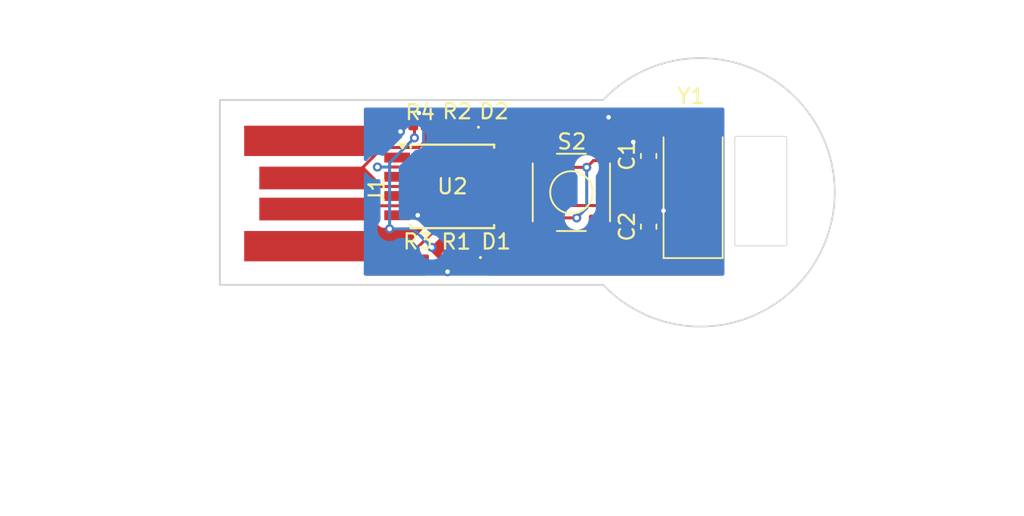
<source format=kicad_pcb>
(kicad_pcb (version 20240108) (generator "pcbnew") (generator_version "8.0")
  (layers (0 "F.Cu" signal) (31 "B.Cu" signal) (34 "B.Paste" user) (35 "F.Paste" user) (36 "B.SilkS" user "B.Silkscreen") (37 "F.SilkS" user "F.Silkscreen") (38 "B.Mask" user) (39 "F.Mask" user) (44 "Edge.Cuts" user))
  (net 0 "")
  (net 1 "GND")
  (net 2 "Net-(U2-XTAL1{slash}PB3)")
  (net 3 "Net-(U2-XTAL2{slash}PB4)")
  (net 4 "Net-(D1-A)")
  (net 5 "Net-(D2-A)")
  (net 6 "+5V")
  (net 7 "Net-(U2-~{RESET}{slash}PB5)")
  (net 8 "Net-(U2-PB2)")
  (net 9 "/Data+")
  (net 12 "/Data-")
  (footprint "Capacitor_SMD:C_0603_1608Metric_Pad1.08x0.95mm_HandSolder" (layer "F.Cu") (at 166.7 85.8625 90)
    (property "Reference" "C2" (at 0 -1.43 90) (layer "F.SilkS"))
    (property "Value" "22pF" (hide yes))
    (fp_line (start -0.146267 -0.51) (end 0.146267 -0.51) (stroke (width 0.12)) (layer "F.SilkS"))
    (fp_line (start -0.146267 0.51) (end 0.146267 0.51) (stroke (width 0.12)) (layer "F.SilkS"))
    (pad "1" smd roundrect (at -0.8625 0 90) (size 1.075 0.95) (layers "F.Cu" "F.Paste" "F.Mask") (net 3 "Net-(U2-XTAL2{slash}PB4)") (clearance 0.1))
    (pad "2" smd roundrect (at 0.8625 0 90) (size 1.075 0.95) (layers "F.Cu" "F.Paste" "F.Mask") (net 1 "GND") (clearance 0.1))
  )
  (footprint "Package_SO:SOIC-8W_5.3x5.3mm_P1.27mm" (layer "F.Cu") (at 153.75 83.205)
    (property "Reference" "U2" (at 0 0 0) (layer "F.SilkS"))
    (property "Value" "ATtiny85-20S")
    (fp_line (start -2.75 -2.755) (end -2.75 -2.55) (stroke (width 0.15)) (layer "F.SilkS"))
    (fp_line (start -2.75 -2.755) (end 2.75 -2.755) (stroke (width 0.15)) (layer "F.SilkS"))
    (fp_line (start -2.75 2.755) (end -2.75 2.55) (stroke (width 0.15)) (layer "F.SilkS"))
    (fp_line (start -2.75 2.755) (end 2.75 2.755) (stroke (width 0.15)) (layer "F.SilkS"))
    (fp_line (start 2.75 -2.755) (end 2.75 -2.55) (stroke (width 0.15)) (layer "F.SilkS"))
    (fp_line (start 2.75 2.755) (end 2.75 2.55) (stroke (width 0.15)) (layer "F.SilkS"))
    (fp_poly (pts (xy -3.3 -2.5) (xy -3.54 -2.83) (xy -3.06 -2.83) (xy -3.3 -2.5)) (stroke (width 0.12)) (fill solid) (layer "F.SilkS"))
    (pad "1" smd rect (at -3.65 -1.905) (size 1.7 0.65) (layers "F.Cu" "F.Paste" "F.Mask") (net 7 "Net-(U2-~{RESET}{slash}PB5)"))
    (pad "2" smd rect (at -3.65 -0.635) (size 1.7 0.65) (layers "F.Cu" "F.Paste" "F.Mask") (net 2 "Net-(U2-XTAL1{slash}PB3)"))
    (pad "3" smd rect (at -3.65 0.635) (size 1.7 0.65) (layers "F.Cu" "F.Paste" "F.Mask") (net 3 "Net-(U2-XTAL2{slash}PB4)"))
    (pad "4" smd rect (at -3.65 1.905) (size 1.7 0.65) (layers "F.Cu" "F.Paste" "F.Mask") (net 1 "GND"))
    (pad "5" smd rect (at 3.65 1.905) (size 1.7 0.65) (layers "F.Cu" "F.Paste" "F.Mask") (net 12 "/Data-"))
    (pad "6" smd rect (at 3.65 0.635) (size 1.7 0.65) (layers "F.Cu" "F.Paste" "F.Mask") (net 9 "/Data+"))
    (pad "7" smd rect (at 3.65 -0.635) (size 1.7 0.65) (layers "F.Cu" "F.Paste" "F.Mask") (net 8 "Net-(U2-PB2)"))
    (pad "8" smd rect (at 3.65 -1.905) (size 1.7 0.65) (layers "F.Cu" "F.Paste" "F.Mask") (net 6 "+5V"))
  )
  (footprint "Resistor_SMD:R_0201_0603Metric_Pad0.64x0.40mm_HandSolder" (layer "F.Cu") (at 154 87.91)
    (property "Reference" "R1" (at 0 -1.05 0) (layer "F.SilkS"))
    (property "Value" "10k" (hide yes))
    (pad "1" smd roundrect (at -0.4075 0) (size 0.635 0.4) (layers "F.Cu" "F.Mask") (net 4 "Net-(D1-A)") (clearance 0.05))
    (pad "2" smd roundrect (at 0.4075 0) (size 0.635 0.4) (layers "F.Cu" "F.Mask") (net 6 "+5V") (clearance 0.05))
  )
  (footprint "PTS525SM15SMTR2LFS:SW_PTS525SM15SMTR2LFS" (layer "F.Cu") (at 161.6 83.6 -90)
    (property "Reference" "S2" (at -3.35 -0.03 0) (layer "F.SilkS") (effects (font (size 1.001496 1.001496))))
    (property "Value" "PTS525SM15SMTR2LFS" (hide yes))
    (fp_line (start -1.9125 2.55) (end 1.9125 2.55) (stroke (width 0.127)) (layer "F.SilkS"))
    (fp_line (start -2.55 -0.95625) (end -2.55 0.95625) (stroke (width 0.127)) (layer "F.SilkS"))
    (fp_line (start 2.55 -0.95625) (end 2.55 0.95625) (stroke (width 0.127)) (layer "F.SilkS"))
    (fp_line (start -1.9125 -2.55) (end 1.9125 -2.55) (stroke (width 0.127)) (layer "F.SilkS"))
    (fp_circle (center 0 0) (end 1.4 0) (stroke (width 0.127)) (fill none) (layer "F.SilkS"))
    (pad "1" smd rect (at -3.2 -1.9 270) (size 1.6 1) (layers "F.Cu" "F.Paste" "F.Mask") (net 8 "Net-(U2-PB2)"))
    (pad "2" smd rect (at 3.2 -1.9 270) (size 1.6 1) (layers "F.Cu" "F.Paste" "F.Mask"))
    (pad "3" smd rect (at -3.2 1.9 270) (size 1.6 1) (layers "F.Cu" "F.Paste" "F.Mask"))
    (pad "4" smd rect (at 3.2 1.9 270) (size 1.6 1) (layers "F.Cu" "F.Paste" "F.Mask") (net 6 "+5V"))
  )
  (footprint "Crystal:Crystal_SMD_0603-2Pin_6.0x3.5mm_HandSoldering" (layer "F.Cu") (at 169.6335 83.1613 90)
    (property "Reference" "Y1" (at 5.911345 -0.133515 0) (layer "F.SilkS"))
    (property "Value" "12MHz" (hide yes))
    (fp_line (start 3.2 -1.95) (end -4.775 -1.95) (stroke (width 0.12)) (layer "F.SilkS"))
    (fp_line (start -4.775 -1.95) (end -4.775 1.95) (stroke (width 0.12)) (layer "F.SilkS"))
    (fp_line (start -4.775 1.95) (end 3.2 1.95) (stroke (width 0.12)) (layer "F.SilkS"))
    (pad "1" smd rect (at -2.9125 0 90) (size 3.325 2.5) (layers "F.Cu" "F.Paste" "F.Mask") (net 2 "Net-(U2-XTAL1{slash}PB3)"))
    (pad "2" smd rect (at 2.9125 0 90) (size 3.325 2.5) (layers "F.Cu" "F.Paste" "F.Mask") (net 3 "Net-(U2-XTAL2{slash}PB4)"))
  )
  (footprint "LED_SMD:LED_0201_0603Metric_Pad0.64x0.40mm_HandSolder" (layer "F.Cu") (at 156.6325 87.9)
    (property "Reference" "D1" (at 0 -1.05 0) (layer "F.SilkS"))
    (property "Value" "LED RED" (hide yes))
    (fp_circle (center -1.035 0) (end -0.985 0) (stroke (width 0.1)) (fill none) (layer "F.SilkS"))
    (pad "1" smd roundrect (at -0.4075 0) (size 0.635 0.4) (layers "F.Cu" "F.Mask") (net 1 "GND") (clearance 0.05))
    (pad "2" smd roundrect (at 0.4075 0) (size 0.635 0.4) (layers "F.Cu" "F.Mask") (net 4 "Net-(D1-A)") (clearance 0.05))
  )
  (footprint "Resistor_SMD:R_0201_0603Metric_Pad0.64x0.40mm_HandSolder" (layer "F.Cu") (at 154.0675 79.3)
    (property "Reference" "R2" (at 0 -1.05 0) (layer "F.SilkS"))
    (property "Value" "330" (hide yes))
    (pad "1" smd roundrect (at -0.4075 0) (size 0.635 0.4) (layers "F.Cu" "F.Mask") (net 7 "Net-(U2-~{RESET}{slash}PB5)") (clearance 0.05))
    (pad "2" smd roundrect (at 0.4075 0) (size 0.635 0.4) (layers "F.Cu" "F.Mask") (net 5 "Net-(D2-A)") (clearance 0.05))
  )
  (footprint "Resistor_SMD:R_0201_0603Metric_Pad0.64x0.40mm_HandSolder" (layer "F.Cu") (at 151.5675 79.3)
    (property "Reference" "R4" (at 0.0525 -0.99 0) (layer "F.SilkS"))
    (property "Value" "1k5" (hide yes))
    (pad "1" smd roundrect (at -0.4075 0) (size 0.635 0.4) (layers "F.Cu" "F.Mask") (net 6 "+5V") (clearance 0.05))
    (pad "2" smd roundrect (at 0.4075 0) (size 0.635 0.4) (layers "F.Cu" "F.Mask") (net 9 "/Data+") (clearance 0.05))
  )
  (footprint "USB-AM-S-X-X-TH:USB_PCB" (layer "F.Cu") (at 149.45 83.7 90)
    (property "Reference" "J1" (at 0.24 -0.7 90) (layer "F.SilkS"))
    (property "Value" "USB-AM-S-X-X-TH" (hide yes))
    (pad "01" smd rect (at -3.45 -5.45 90) (size 2 8) (layers "F.Cu" "F.Paste" "F.Mask") (net 6 "+5V"))
    (pad "02" smd rect (at -1 -4.95 90) (size 1.5 7) (layers "F.Cu" "F.Paste" "F.Mask") (net 12 "/Data-"))
    (pad "03" smd rect (at 1.05 -4.95 90) (size 1.5 7) (layers "F.Cu" "F.Paste" "F.Mask") (net 9 "/Data+"))
    (pad "04" smd rect (at 3.5 -5.45 90) (size 2 8) (layers "F.Cu" "F.Paste" "F.Mask") (net 1 "GND"))
  )
  (footprint "Resistor_SMD:R_0201_0603Metric_Pad0.64x0.40mm_HandSolder" (layer "F.Cu") (at 151.47 87.9)
    (property "Reference" "R3" (at 0 -1.05 0) (layer "F.SilkS"))
    (property "Value" "10k" (hide yes))
    (pad "1" smd roundrect (at -0.4075 0) (size 0.635 0.4) (layers "F.Cu" "F.Mask") (net 8 "Net-(U2-PB2)") (clearance 0.05))
    (pad "2" smd roundrect (at 0.4075 0) (size 0.635 0.4) (layers "F.Cu" "F.Mask") (net 1 "GND") (clearance 0.05))
  )
  (footprint "Capacitor_SMD:C_0603_1608Metric_Pad1.08x0.95mm_HandSolder" (layer "F.Cu") (at 166.7 81.2 90)
    (property "Reference" "C1" (at 0 -1.43 90) (layer "F.SilkS"))
    (property "Value" "22pF" (hide yes))
    (fp_line (start -0.146267 -0.51) (end 0.146267 -0.51) (stroke (width 0.12)) (layer "F.SilkS"))
    (fp_line (start -0.146267 0.51) (end 0.146267 0.51) (stroke (width 0.12)) (layer "F.SilkS"))
    (pad "1" smd roundrect (at -0.8625 0 90) (size 1.075 0.95) (layers "F.Cu" "F.Paste" "F.Mask") (net 2 "Net-(U2-XTAL1{slash}PB3)") (clearance 0.1))
    (pad "2" smd roundrect (at 0.8625 0 90) (size 1.075 0.95) (layers "F.Cu" "F.Paste" "F.Mask") (net 1 "GND") (clearance 0.1))
  )
  (footprint "LED_SMD:LED_0201_0603Metric_Pad0.64x0.40mm_HandSolder" (layer "F.Cu") (at 156.5 79.3)
    (property "Reference" "D2" (at 0 -1.05 0) (layer "F.SilkS"))
    (property "Value" "LED GREEN" (hide yes))
    (fp_circle (center -1.035 0) (end -0.985 0) (stroke (width 0.1)) (fill none) (layer "F.SilkS"))
    (pad "1" smd roundrect (at -0.4075 0) (size 0.635 0.4) (layers "F.Cu" "F.Mask") (net 1 "GND") (clearance 0.05))
    (pad "2" smd roundrect (at 0.4075 0) (size 0.635 0.4) (layers "F.Cu" "F.Mask") (net 5 "Net-(D2-A)") (clearance 0.05))
  )
  (gr_line (start 175.814644 87.029289) (end 175.814644 80) (stroke (width 0.05)) (layer "Edge.Cuts"))
  (gr_line (start 175.714644 79.9) (end 172.485355 79.9) (stroke (width 0.05)) (layer "Edge.Cuts"))
  (gr_line (start 175.714644 87.129289) (end 172.485355 87.129289) (stroke (width 0.05)) (layer "Edge.Cuts"))
  (gr_arc (start 175.814644 87.029289) (mid 175.785355 87.1) (end 175.714644 87.129289) (stroke (width 0.05)) (layer "Edge.Cuts"))
  (gr_arc (start 172.385355 80) (mid 172.414644 79.929289) (end 172.485355 79.9) (stroke (width 0.05)) (layer "Edge.Cuts"))
  (gr_line (start 138.4 89.7) (end 138.4 77.5) (stroke (width 0.12)) (layer "Edge.Cuts"))
  (gr_arc (start 172.485355 87.129289) (mid 172.414644 87.1) (end 172.385355 87.029289) (stroke (width 0.05)) (layer "Edge.Cuts"))
  (gr_line (start 163.7 77.5) (end 138.4 77.5) (stroke (width 0.12)) (layer "Edge.Cuts"))
  (gr_line (start 172.385355 87.029289) (end 172.385355 80) (stroke (width 0.05)) (layer "Edge.Cuts"))
  (gr_arc (start 163.697479 77.497606) (mid 178.98166 83.595644) (end 163.700001 89.699999) (stroke (width 0.12)) (layer "Edge.Cuts"))
  (gr_line (start 163.7 89.7) (end 138.4 89.7) (stroke (width 0.12)) (layer "Edge.Cuts"))
  (gr_arc (start 175.714644 79.9) (mid 175.785355 79.929289) (end 175.814644 80) (stroke (width 0.05)) (layer "Edge.Cuts"))
  (segment (start 155.2903 88.8347) (end 156.225 87.9) (width 0.2) (layer "F.Cu") (net 1))
  (segment (start 148.3017 80.2) (end 148.9198 79.5819) (width 0.2) (layer "F.Cu") (net 1))
  (segment (start 152.8122 88.8347) (end 153.4271 88.8347) (width 0.2) (layer "F.Cu") (net 1))
  (segment (start 151.8775 87.9) (end 152.8122 88.8347) (width 0.2) (layer "F.Cu") (net 1))
  (segment (start 156.0925 78.6404) (end 164.0535 78.6404) (width 0.2) (layer "F.Cu") (net 1))
  (segment (start 151.5383 78.3622) (end 155.8143 78.3622) (width 0.2) (layer "F.Cu") (net 1))
  (segment (start 166.6374 80.2749) (end 166.7 80.3375) (width 0.2) (layer "F.Cu") (net 1))
  (segment (start 166.7 85) (end 167.4924 85) (width 0.2) (layer "F.Cu") (net 1))
  (segment (start 156.0925 78.6404) (end 156.0925 79.3) (width 0.2) (layer "F.Cu") (net 1))
  (segment (start 153.4271 88.8347) (end 155.2903 88.8347) (width 0.2) (layer "F.Cu") (net 1))
  (segment (start 155.8143 78.3622) (end 156.0925 78.6404) (width 0.2) (layer "F.Cu") (net 1))
  (segment (start 148.9198 79.5819) (end 150.3186 79.5819) (width 0.2) (layer "F.Cu") (net 1))
  (segment (start 167.4924 85) (end 167.6801 84.8123) (width 0.2) (layer "F.Cu") (net 1))
  (segment (start 165.688 80.2749) (end 166.6374 80.2749) (width 0.2) (layer "F.Cu") (net 1))
  (segment (start 144 80.2) (end 148.3017 80.2) (width 0.2) (layer "F.Cu") (net 1))
  (segment (start 150.1 85.11) (end 151.4586 85.11) (width 0.2) (layer "F.Cu") (net 1))
  (via (at 151.5383 78.3622) (size 0.6) (drill 0.3) (layers "F.Cu" "B.Cu") (net 1))
  (via (at 164.0535 78.6404) (size 0.6) (drill 0.3) (layers "F.Cu" "B.Cu") (net 1))
  (via (at 150.3186 79.5819) (size 0.6) (drill 0.3) (layers "F.Cu" "B.Cu") (net 1))
  (via (at 153.4271 88.8347) (size 0.6) (drill 0.3) (layers "F.Cu" "B.Cu") (net 1))
  (via (at 151.4586 85.11) (size 0.6) (drill 0.3) (layers "F.Cu" "B.Cu") (net 1))
  (via (at 165.688 80.2749) (size 0.6) (drill 0.3) (layers "F.Cu" "B.Cu") (net 1))
  (via (at 167.6801 84.8123) (size 0.6) (drill 0.3) (layers "F.Cu" "B.Cu") (net 1))
  (segment (start 167.6801 82.267) (end 167.6801 84.8123) (width 0.2) (layer "B.Cu") (net 1))
  (segment (start 151.5383 78.3622) (end 150.3186 79.5819) (width 0.2) (layer "B.Cu") (net 1))
  (segment (start 153.4271 87.0785) (end 153.4271 88.8347) (width 0.2) (layer "B.Cu") (net 1))
  (segment (start 151.4586 85.11) (end 153.4271 87.0785) (width 0.2) (layer "B.Cu") (net 1))
  (segment (start 165.688 80.2749) (end 164.0535 78.6404) (width 0.2) (layer "B.Cu") (net 1))
  (segment (start 165.688 80.2749) (end 167.6801 82.267) (width 0.2) (layer "B.Cu") (net 1))
  (segment (start 151.8469 78.6708) (end 151.8469 84.7217) (width 0.2) (layer "B.Cu") (net 1))
  (segment (start 151.5383 78.3622) (end 151.8469 78.6708) (width 0.2) (layer "B.Cu") (net 1))
  (segment (start 151.8469 84.7217) (end 151.4586 85.11) (width 0.2) (layer "B.Cu") (net 1))
  (segment (start 158.8981 81.4882) (end 158.8981 79.4088) (width 0.2) (layer "F.Cu") (net 2))
  (segment (start 164.1367 79.2893) (end 164.537 79.6896) (width 0.2) (layer "F.Cu") (net 2))
  (segment (start 168.0818 86.0738) (end 168.0818 85.2615) (width 0.2) (layer "F.Cu") (net 2))
  (segment (start 168.3086 85.0347) (end 168.3086 84.5363) (width 0.2) (layer "F.Cu") (net 2))
  (segment (start 166.6201 82.0625) (end 166.7 82.0625) (width 0.2) (layer "F.Cu") (net 2))
  (segment (start 164.537 79.6896) (end 164.537 79.9794) (width 0.2) (layer "F.Cu") (net 2))
  (segment (start 155.7813 82.57) (end 156.4246 81.9267) (width 0.2) (layer "F.Cu") (net 2))
  (segment (start 150.1 82.57) (end 155.7813 82.57) (width 0.2) (layer "F.Cu") (net 2))
  (segment (start 164.537 79.9794) (end 166.6201 82.0625) (width 0.2) (layer "F.Cu") (net 2))
  (segment (start 169.6335 86.0738) (end 168.0818 86.0738) (width 0.2) (layer "F.Cu") (net 2))
  (segment (start 168.0818 85.2615) (end 168.3086 85.0347) (width 0.2) (layer "F.Cu") (net 2))
  (segment (start 158.4596 81.9267) (end 158.8981 81.4882) (width 0.2) (layer "F.Cu") (net 2))
  (segment (start 156.4246 81.9267) (end 158.4596 81.9267) (width 0.2) (layer "F.Cu") (net 2))
  (segment (start 168.3086 84.5363) (end 166.7 82.9277) (width 0.2) (layer "F.Cu") (net 2))
  (segment (start 166.7 82.9277) (end 166.7 82.0625) (width 0.2) (layer "F.Cu") (net 2))
  (segment (start 159.0176 79.2893) (end 164.1367 79.2893) (width 0.2) (layer "F.Cu") (net 2))
  (segment (start 158.8981 79.4088) (end 159.0176 79.2893) (width 0.2) (layer "F.Cu") (net 2))
  (segment (start 150.1 83.84) (end 155.6246 83.84) (width 0.2) (layer "F.Cu") (net 3))
  (segment (start 155.6246 83.84) (end 156.2513 84.4667) (width 0.2) (layer "F.Cu") (net 3))
  (segment (start 168.013 88.038) (end 166.7 86.725) (width 0.2) (layer "F.Cu") (net 3))
  (segment (start 171.1852 87.9182) (end 171.0654 88.038) (width 0.2) (layer "F.Cu") (net 3))
  (segment (start 169.6335 80.2488) (end 171.1852 80.2488) (width 0.2) (layer "F.Cu") (net 3))
  (segment (start 171.1852 80.2488) (end 171.1852 87.9182) (width 0.2) (layer "F.Cu") (net 3))
  (segment (start 164.4417 84.4667) (end 166.7 86.725) (width 0.2) (layer "F.Cu") (net 3))
  (segment (start 171.0654 88.038) (end 168.013 88.038) (width 0.2) (layer "F.Cu") (net 3))
  (segment (start 156.2513 84.4667) (end 164.4417 84.4667) (width 0.2) (layer "F.Cu") (net 3))
  (segment (start 153.7154 88.0328) (end 153.7154 88.1041) (width 0.2) (layer "F.Cu") (net 4))
  (segment (start 153.5925 87.91) (end 153.7153 88.0328) (width 0.2) (layer "F.Cu") (net 4))
  (segment (start 155.1699 88.1321) (end 155.1699 88.0316) (width 0.2) (layer "F.Cu") (net 4))
  (segment (start 156.6574 87.3935) (end 157.04 87.7761) (width 0.2) (layer "F.Cu") (net 4))
  (segment (start 154.0443 88.433) (end 154.869 88.433) (width 0.2) (layer "F.Cu") (net 4))
  (segment (start 157.04 87.7761) (end 157.04 87.9) (width 0.2) (layer "F.Cu") (net 4))
  (segment (start 155.808 87.3935) (end 156.6574 87.3935) (width 0.2) (layer "F.Cu") (net 4))
  (segment (start 155.1699 88.0316) (end 155.808 87.3935) (width 0.2) (layer "F.Cu") (net 4))
  (segment (start 154.869 88.433) (end 155.1699 88.1321) (width 0.2) (layer "F.Cu") (net 4))
  (segment (start 153.7153 88.0328) (end 153.7154 88.0328) (width 0.2) (layer "F.Cu") (net 4))
  (segment (start 153.7154 88.1041) (end 154.0443 88.433) (width 0.2) (layer "F.Cu") (net 4))
  (segment (start 156.9075 79.3959) (end 156.4939 79.8095) (width 0.2) (layer "F.Cu") (net 5))
  (segment (start 156.9075 79.3) (end 156.9075 79.3959) (width 0.2) (layer "F.Cu") (net 5))
  (segment (start 156.4939 79.8095) (end 154.9845 79.8095) (width 0.2) (layer "F.Cu") (net 5))
  (segment (start 154.9845 79.8095) (end 154.475 79.3) (width 0.2) (layer "F.Cu") (net 5))
  (segment (start 158.8983 87.9017) (end 159.7 87.9017) (width 0.2) (layer "F.Cu") (net 6))
  (segment (start 156.2483 81.3) (end 155.6216 81.9267) (width 0.2) (layer "F.Cu") (net 6))
  (segment (start 152.3942 87.2329) (end 154.4075 87.2329) (width 0.2) (layer "F.Cu") (net 6))
  (segment (start 154.6997 86.9407) (end 157.9373 86.9407) (width 0.2) (layer "F.Cu") (net 6))
  (segment (start 155.6216 81.9267) (end 148.7974 81.9267) (width 0.2) (layer "F.Cu") (net 6))
  (segment (start 149.4425 86.0092) (end 149.6014 86.0092) (width 0.2) (layer "F.Cu") (net 6))
  (segment (start 151.244 79.384) (end 151.244 80.0029) (width 0.2) (layer "F.Cu") (net 6))
  (segment (start 154.4075 87.91) (end 154.4075 87.2329) (width 0.2) (layer "F.Cu") (net 6))
  (segment (start 151.16 79.3) (end 151.244 79.384) (width 0.2) (layer "F.Cu") (net 6))
  (segment (start 154.4075 87.2329) (end 154.6997 86.9407) (width 0.2) (layer "F.Cu") (net 6))
  (segment (start 144 87.15) (end 148.3017 87.15) (width 0.2) (layer "F.Cu") (net 6))
  (segment (start 157.9373 86.9407) (end 158.8983 87.9017) (width 0.2) (layer "F.Cu") (net 6))
  (segment (start 148.3017 87.15) (end 149.4425 86.0092) (width 0.2) (layer "F.Cu") (net 6))
  (segment (start 159.7 86.8) (end 159.7 87.9017) (width 0.2) (layer "F.Cu") (net 6))
  (segment (start 157.4 81.3) (end 156.2483 81.3) (width 0.2) (layer "F.Cu") (net 6))
  (via (at 151.244 80.0029) (size 0.6) (drill 0.3) (layers "F.Cu" "B.Cu") (net 6))
  (via (at 148.7974 81.9267) (size 0.6) (drill 0.3) (layers "F.Cu" "B.Cu") (net 6))
  (via (at 152.3942 87.2329) (size 0.6) (drill 0.3) (layers "F.Cu" "B.Cu") (net 6))
  (via (at 149.6014 86.0092) (size 0.6) (drill 0.3) (layers "F.Cu" "B.Cu") (net 6))
  (segment (start 149.6014 81.9267) (end 149.6014 81.6455) (width 0.2) (layer "B.Cu") (net 6))
  (segment (start 149.6014 81.9267) (end 148.7974 81.9267) (width 0.2) (layer "B.Cu") (net 6))
  (segment (start 149.6014 86.0092) (end 151.1705 86.0092) (width 0.2) (layer "B.Cu") (net 6))
  (segment (start 149.6014 86.0092) (end 149.6014 81.9267) (width 0.2) (layer "B.Cu") (net 6))
  (segment (start 151.1705 86.0092) (end 152.3942 87.2329) (width 0.2) (layer "B.Cu") (net 6))
  (segment (start 149.6014 81.6455) (end 151.244 80.0029) (width 0.2) (layer "B.Cu") (net 6))
  (segment (start 151.66 81.3) (end 153.66 79.3) (width 0.2) (layer "F.Cu") (net 7))
  (segment (start 150.1 81.3) (end 151.66 81.3) (width 0.2) (layer "F.Cu") (net 7))
  (segment (start 151.0625 87.6183) (end 152.7808 85.9) (width 0.2) (layer "F.Cu") (net 8))
  (segment (start 152.7808 85.9) (end 158.35 85.9) (width 0.2) (layer "F.Cu") (net 8))
  (segment (start 163.5 80.4) (end 163.5 81.5017) (width 0.2) (layer "F.Cu") (net 8))
  (segment (start 151.0625 87.9) (end 151.0625 87.6183) (width 0.2) (layer "F.Cu") (net 8))
  (segment (start 163.0569 81.5017) (end 163.5 81.5017) (width 0.2) (layer "F.Cu") (net 8))
  (segment (start 162.6111 81.9475) (end 163.0569 81.5017) (width 0.2) (layer "F.Cu") (net 8))
  (segment (start 158.35 85.9) (end 158.9667 85.2833) (width 0.2) (layer "F.Cu") (net 8))
  (segment (start 158.9667 85.2833) (end 161.9529 85.2833) (width 0.2) (layer "F.Cu") (net 8))
  (segment (start 159.1742 81.9475) (end 158.5517 82.57) (width 0.2) (layer "F.Cu") (net 8))
  (segment (start 157.4 82.57) (end 158.5517 82.57) (width 0.2) (layer "F.Cu") (net 8))
  (segment (start 162.6111 81.9475) (end 159.1742 81.9475) (width 0.2) (layer "F.Cu") (net 8))
  (via (at 162.6111 81.9475) (size 0.6) (drill 0.3) (layers "F.Cu" "B.Cu") (net 8))
  (via (at 161.9529 85.2833) (size 0.6) (drill 0.3) (layers "F.Cu" "B.Cu") (net 8))
  (segment (start 162.6111 81.9475) (end 162.6111 84.6251) (width 0.2) (layer "B.Cu") (net 8))
  (segment (start 162.6111 84.6251) (end 161.9529 85.2833) (width 0.2) (layer "B.Cu") (net 8))
  (segment (start 151.975 80.1882) (end 151.975 79.3) (width 0.2) (layer "F.Cu") (net 9))
  (segment (start 147.8203 81.9589) (end 149.1395 80.6397) (width 0.2) (layer "F.Cu") (net 9))
  (segment (start 147.8203 81.9589) (end 149.0746 83.2133) (width 0.2) (layer "F.Cu") (net 9))
  (segment (start 149.1395 80.6397) (end 151.5235 80.6397) (width 0.2) (layer "F.Cu") (net 9))
  (segment (start 151.5235 80.6397) (end 151.975 80.1882) (width 0.2) (layer "F.Cu") (net 9))
  (segment (start 149.0746 83.2133) (end 155.6216 83.2133) (width 0.2) (layer "F.Cu") (net 9))
  (segment (start 155.6216 83.2133) (end 156.2483 83.84) (width 0.2) (layer "F.Cu") (net 9))
  (segment (start 146.0043 82.65) (end 147.1292 82.65) (width 0.2) (layer "F.Cu") (net 9))
  (segment (start 144.5 82.65) (end 146.0043 82.65) (width 0.2) (layer "F.Cu") (net 9))
  (segment (start 157.4 83.84) (end 156.2483 83.84) (width 0.2) (layer "F.Cu") (net 9))
  (segment (start 147.1292 82.65) (end 147.8203 81.9589) (width 0.2) (layer "F.Cu") (net 9))
  (segment (start 148.5184 84.4833) (end 155.6216 84.4833) (width 0.2) (layer "F.Cu") (net 12))
  (segment (start 144.5 84.7) (end 148.3017 84.7) (width 0.2) (layer "F.Cu") (net 12))
  (segment (start 157.4 85.11) (end 156.2483 85.11) (width 0.2) (layer "F.Cu") (net 12))
  (segment (start 155.6216 84.4833) (end 156.2483 85.11) (width 0.2) (layer "F.Cu") (net 12))
  (segment (start 148.3017 84.7) (end 148.5184 84.4833) (width 0.2) (layer "F.Cu") (net 12))
  (zone (net 6) (net_name "+5V") (layer "F.Cu") (connect_pads (clearance 0.5)) (min_thickness 0.25) (fill yes (thermal_gap 0.5) (thermal_bridge_width 0.5))
    (polygon (pts (xy 171.7 78) (xy 171.7 89.1) (xy 147.9 89.1) (xy 147.9 78)))
  )
  (zone (net 1) (net_name "GND") (layer "B.Cu") (connect_pads (clearance 0.5)) (min_thickness 0.25) (fill yes (thermal_gap 0.5) (thermal_bridge_width 0.5))
    (polygon (pts (xy 171.7 78) (xy 171.7 89.1) (xy 147.9 89.1) (xy 147.9 78)))
  )
)
</source>
